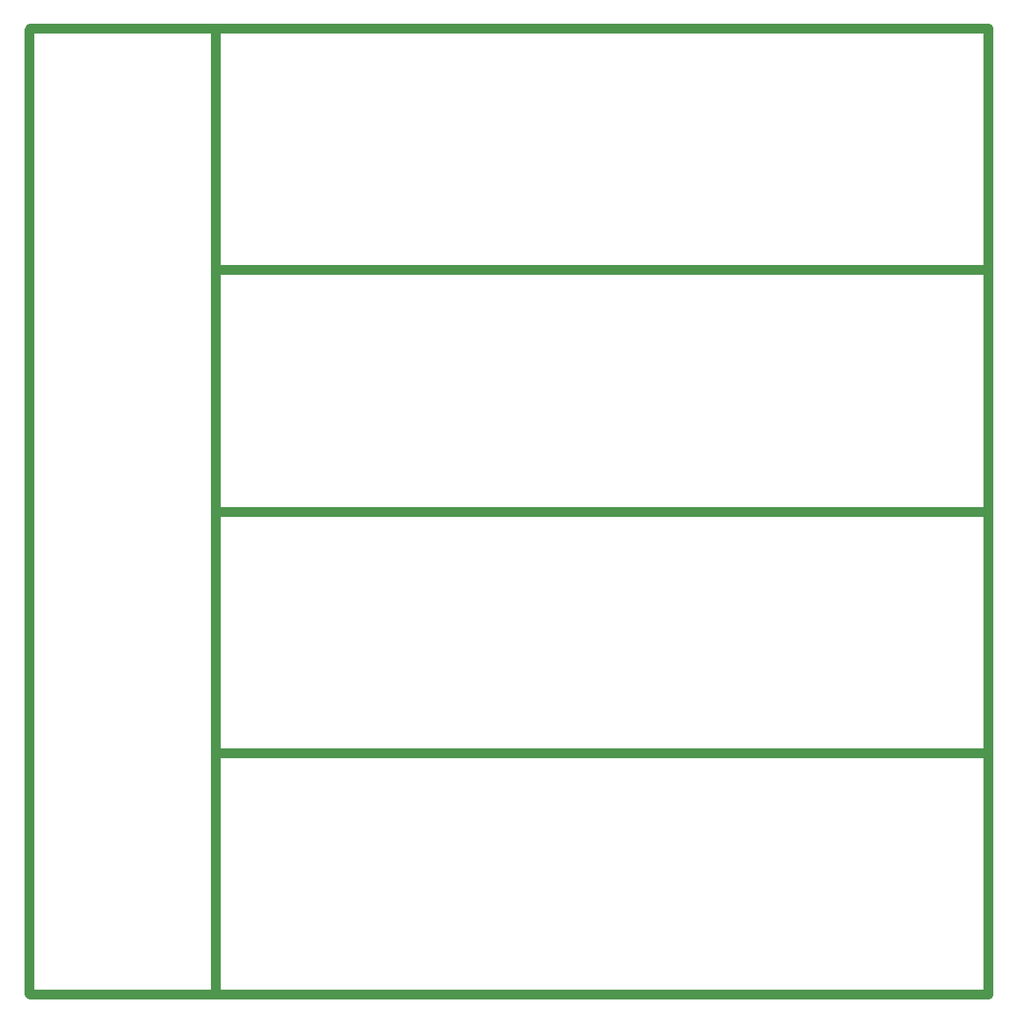
<source format=gbr>
%TF.GenerationSoftware,Altium Limited,Altium Designer,21.4.1 (30)*%
G04 Layer_Color=16711935*
%FSLAX26Y26*%
%MOIN*%
%TF.SameCoordinates,FA171619-A988-4B02-9C22-6D3C25DF24D0*%
%TF.FilePolarity,Positive*%
%TF.FileFunction,Other,Mechanical_1*%
%TF.Part,ProductionPanel*%
G01*
G75*
%TA.AperFunction,NonConductor*%
%ADD61C,0.039370*%
D61*
X4685Y3941693D02*
X881142D01*
X0Y3937008D02*
X4685Y3941693D01*
X0Y9370D02*
Y3937008D01*
Y9370D02*
X4685Y4685D01*
X799921D01*
X3910157D02*
Y988937D01*
X760551D02*
X3910157D01*
X760551Y4685D02*
Y988937D01*
Y4685D02*
X3910157D01*
Y988937D02*
Y1973189D01*
X760551D02*
X3910157D01*
X760551Y988937D02*
Y1973189D01*
Y988937D02*
X3910157D01*
Y1973189D02*
Y2957441D01*
X760551D02*
X3910157D01*
X760551Y1973189D02*
Y2957441D01*
Y1973189D02*
X3910157D01*
Y2957441D02*
Y3941693D01*
X760551D02*
X3910157D01*
X760551Y2957441D02*
Y3941693D01*
Y2957441D02*
X3910157D01*
%TF.MD5,3ff7dd02b5b656ed02b2ec6c17495887*%
M02*

</source>
